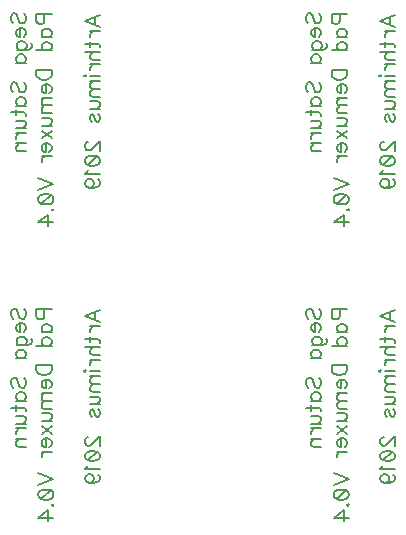
<source format=gbo>
%MOIN*%
%OFA0B0*%
%FSLAX26Y26*%
%IPPOS*%
%LPD*%
%ADD44C,0.0077199999999999994*%
%ADD89C,0.0077199999999999994*%
%ADD134C,0.0077199999999999994*%
%ADD179C,0.0077199999999999994*%
%LPD*%
G90*
G75*
G01*
X00344141Y00815363D02*
D44*
X00339331Y00820116D01*
X00336956Y00827301D01*
X00336956Y00836864D01*
X00339331Y00844049D01*
X00344141Y00848856D01*
X00348894Y00848856D01*
X00353702Y00846424D01*
X00356079Y00844049D01*
X00358454Y00839296D01*
X00363264Y00824926D01*
X00365639Y00820116D01*
X00368072Y00817741D01*
X00372826Y00815363D01*
X00380011Y00815363D01*
X00384764Y00820116D01*
X00387196Y00827301D01*
X00387196Y00836864D01*
X00384764Y00844049D01*
X00380011Y00848856D01*
X00368072Y00799925D02*
X00368072Y00771240D01*
X00363264Y00771240D01*
X00358454Y00773616D01*
X00356079Y00775993D01*
X00353702Y00780801D01*
X00353702Y00787987D01*
X00356079Y00792740D01*
X00360887Y00797548D01*
X00368072Y00799925D01*
X00372826Y00799925D01*
X00380011Y00797548D01*
X00384764Y00792740D01*
X00387196Y00787987D01*
X00387196Y00780801D01*
X00384764Y00775993D01*
X00380011Y00771240D01*
X00356079Y00727115D02*
X00394381Y00727115D01*
X00401510Y00729492D01*
X00403942Y00731868D01*
X00406319Y00736677D01*
X00406319Y00743862D01*
X00403942Y00748615D01*
X00363264Y00727115D02*
X00358511Y00731868D01*
X00356079Y00736677D01*
X00356079Y00743862D01*
X00358511Y00748615D01*
X00363264Y00753423D01*
X00370449Y00755800D01*
X00375257Y00755800D01*
X00382387Y00753423D01*
X00387196Y00748615D01*
X00389572Y00743862D01*
X00389572Y00736677D01*
X00387196Y00731868D01*
X00382387Y00727115D01*
X00353702Y00682992D02*
X00387196Y00682992D01*
X00360887Y00682992D02*
X00356079Y00687745D01*
X00353702Y00692553D01*
X00353702Y00699683D01*
X00356079Y00704491D01*
X00360887Y00709245D01*
X00368072Y00711676D01*
X00372826Y00711676D01*
X00380011Y00709245D01*
X00384764Y00704491D01*
X00387196Y00699683D01*
X00387196Y00692553D01*
X00384764Y00687745D01*
X00380011Y00682992D01*
X00344141Y00585458D02*
X00339331Y00590211D01*
X00336956Y00597396D01*
X00336956Y00606958D01*
X00339331Y00614143D01*
X00344141Y00618951D01*
X00348894Y00618951D01*
X00353702Y00616520D01*
X00356079Y00614143D01*
X00358454Y00609390D01*
X00363264Y00595020D01*
X00365639Y00590211D01*
X00368072Y00587835D01*
X00372826Y00585458D01*
X00380011Y00585458D01*
X00384764Y00590211D01*
X00387196Y00597396D01*
X00387196Y00606958D01*
X00384764Y00614143D01*
X00380011Y00618951D01*
X00353702Y00541334D02*
X00387196Y00541334D01*
X00360887Y00541334D02*
X00356079Y00546087D01*
X00353702Y00550896D01*
X00353702Y00558025D01*
X00356079Y00562834D01*
X00360887Y00567587D01*
X00368072Y00570019D01*
X00372826Y00570019D01*
X00380011Y00567587D01*
X00384764Y00562834D01*
X00387196Y00558025D01*
X00387196Y00550896D01*
X00384764Y00546087D01*
X00380011Y00541334D01*
X00336956Y00518710D02*
X00377634Y00518710D01*
X00384764Y00516333D01*
X00387196Y00511525D01*
X00387196Y00506771D01*
X00353702Y00525895D02*
X00353702Y00509148D01*
X00353702Y00491332D02*
X00377634Y00491332D01*
X00384764Y00488956D01*
X00387196Y00484147D01*
X00387196Y00476962D01*
X00384764Y00472209D01*
X00377634Y00465024D01*
X00353702Y00465024D02*
X00387196Y00465024D01*
X00353702Y00449585D02*
X00387196Y00449585D01*
X00368072Y00449585D02*
X00360887Y00447153D01*
X00356079Y00442400D01*
X00353702Y00437591D01*
X00353702Y00430405D01*
X00353702Y00414967D02*
X00387196Y00414967D01*
X00363264Y00414967D02*
X00356079Y00407782D01*
X00353702Y00402973D01*
X00353702Y00395844D01*
X00356079Y00391035D01*
X00363264Y00388659D01*
X00387196Y00388659D01*
X00448789Y00846880D02*
X00448789Y00825324D01*
X00446413Y00818194D01*
X00443981Y00815764D01*
X00439228Y00813386D01*
X00432043Y00813386D01*
X00427290Y00815764D01*
X00424858Y00818194D01*
X00422481Y00825324D01*
X00422481Y00846880D01*
X00472721Y00846880D01*
X00439228Y00769263D02*
X00472721Y00769263D01*
X00446413Y00769263D02*
X00441604Y00774016D01*
X00439228Y00778824D01*
X00439228Y00785954D01*
X00441604Y00790763D01*
X00446413Y00795516D01*
X00453598Y00797948D01*
X00458351Y00797948D01*
X00465536Y00795516D01*
X00470289Y00790763D01*
X00472721Y00785954D01*
X00472721Y00778824D01*
X00470289Y00774016D01*
X00465536Y00769263D01*
X00422481Y00725138D02*
X00472721Y00725138D01*
X00446413Y00725138D02*
X00441604Y00729891D01*
X00439228Y00734700D01*
X00439228Y00741884D01*
X00441604Y00746639D01*
X00446413Y00751446D01*
X00453598Y00753824D01*
X00458351Y00753824D01*
X00465536Y00751446D01*
X00470289Y00746639D01*
X00472721Y00741884D01*
X00472721Y00734700D01*
X00470289Y00729891D01*
X00465536Y00725138D01*
X00422481Y00661099D02*
X00472721Y00661099D01*
X00472721Y00644352D01*
X00470289Y00637167D01*
X00465536Y00632358D01*
X00460728Y00629982D01*
X00453598Y00627605D01*
X00441604Y00627605D01*
X00434419Y00629982D01*
X00429666Y00632358D01*
X00424858Y00637167D01*
X00422481Y00644352D01*
X00422481Y00661099D01*
X00453598Y00612166D02*
X00453598Y00583481D01*
X00448789Y00583481D01*
X00443981Y00585858D01*
X00441604Y00588234D01*
X00439228Y00593043D01*
X00439228Y00600228D01*
X00441604Y00604981D01*
X00446413Y00609789D01*
X00453598Y00612166D01*
X00458351Y00612166D01*
X00465536Y00609789D01*
X00470289Y00604981D01*
X00472721Y00600228D01*
X00472721Y00593043D01*
X00470289Y00588234D01*
X00465536Y00583481D01*
X00439228Y00568042D02*
X00472721Y00568042D01*
X00448789Y00568042D02*
X00441604Y00560857D01*
X00439228Y00556048D01*
X00439228Y00548919D01*
X00441604Y00544110D01*
X00448789Y00541734D01*
X00472721Y00541733D01*
X00448789Y00541734D02*
X00441604Y00534548D01*
X00439228Y00529740D01*
X00439228Y00522610D01*
X00441604Y00517802D01*
X00448789Y00515370D01*
X00472721Y00515370D01*
X00439228Y00499931D02*
X00463159Y00499931D01*
X00470289Y00497554D01*
X00472721Y00492746D01*
X00472721Y00485561D01*
X00470289Y00480807D01*
X00463159Y00473622D01*
X00439228Y00473622D02*
X00472721Y00473622D01*
X00439228Y00458182D02*
X00472721Y00431874D01*
X00439228Y00431874D02*
X00472721Y00458182D01*
X00453598Y00416436D02*
X00453598Y00387750D01*
X00448790Y00387750D01*
X00443981Y00390127D01*
X00441604Y00392504D01*
X00439228Y00397312D01*
X00439228Y00404497D01*
X00441604Y00409250D01*
X00446413Y00414058D01*
X00453598Y00416436D01*
X00458351Y00416436D01*
X00465536Y00414058D01*
X00470289Y00409250D01*
X00472721Y00404497D01*
X00472721Y00397312D01*
X00470289Y00392504D01*
X00465536Y00387750D01*
X00439228Y00372311D02*
X00472721Y00372311D01*
X00453598Y00372311D02*
X00446413Y00369880D01*
X00441604Y00365126D01*
X00439228Y00360318D01*
X00439228Y00353133D01*
X00428786Y00299314D02*
X00479026Y00280191D01*
X00428786Y00261067D01*
X00428841Y00231258D02*
X00431218Y00238442D01*
X00438403Y00243251D01*
X00450341Y00245628D01*
X00457526Y00245628D01*
X00469464Y00243251D01*
X00476649Y00238442D01*
X00479026Y00231258D01*
X00479026Y00226505D01*
X00476649Y00219320D01*
X00469464Y00214567D01*
X00457526Y00212134D01*
X00450341Y00212134D01*
X00438403Y00214567D01*
X00431218Y00219320D01*
X00428841Y00226505D01*
X00428841Y00231258D01*
X00438403Y00214567D02*
X00469464Y00243251D01*
X00474217Y00194319D02*
X00476649Y00196695D01*
X00479026Y00194319D01*
X00476649Y00191887D01*
X00474217Y00194319D01*
X00479026Y00152516D02*
X00428841Y00152516D01*
X00462279Y00176447D01*
X00462279Y00140578D01*
X00633835Y00804874D02*
X00583595Y00824053D01*
X00633835Y00843176D01*
X00617089Y00835991D02*
X00617089Y00812059D01*
X00600342Y00789435D02*
X00633835Y00789435D01*
X00614712Y00789435D02*
X00607527Y00787002D01*
X00602719Y00782250D01*
X00600342Y00777442D01*
X00600342Y00770257D01*
X00583595Y00747632D02*
X00624274Y00747632D01*
X00631403Y00745256D01*
X00633835Y00740447D01*
X00633835Y00735694D01*
X00600342Y00754817D02*
X00600342Y00738071D01*
X00583595Y00720254D02*
X00633835Y00720254D01*
X00609904Y00720254D02*
X00602719Y00713069D01*
X00600342Y00708261D01*
X00600342Y00701076D01*
X00602719Y00696322D01*
X00609904Y00693946D01*
X00633835Y00693946D01*
X00600342Y00678507D02*
X00633835Y00678507D01*
X00614712Y00678507D02*
X00607527Y00676076D01*
X00602719Y00671322D01*
X00600342Y00666514D01*
X00600342Y00659329D01*
X00583595Y00643889D02*
X00585972Y00641513D01*
X00583595Y00639081D01*
X00581163Y00641513D01*
X00583595Y00643889D01*
X00600342Y00641513D02*
X00633835Y00641513D01*
X00600342Y00623642D02*
X00633835Y00623642D01*
X00609904Y00623642D02*
X00602719Y00616457D01*
X00600342Y00611648D01*
X00600342Y00604519D01*
X00602719Y00599710D01*
X00609904Y00597334D01*
X00633835Y00597334D01*
X00609904Y00597334D02*
X00602719Y00590149D01*
X00600342Y00585340D01*
X00600342Y00578210D01*
X00602719Y00573402D01*
X00609904Y00570970D01*
X00633835Y00570970D01*
X00600342Y00555531D02*
X00624274Y00555531D01*
X00631403Y00553154D01*
X00633835Y00548346D01*
X00633835Y00541161D01*
X00631403Y00536408D01*
X00624274Y00529222D01*
X00600342Y00529222D02*
X00633835Y00529222D01*
X00607527Y00487475D02*
X00602719Y00489852D01*
X00600342Y00497036D01*
X00600342Y00504221D01*
X00602719Y00511406D01*
X00607527Y00513783D01*
X00612280Y00511406D01*
X00614712Y00506598D01*
X00617089Y00494660D01*
X00619465Y00489852D01*
X00624274Y00487475D01*
X00626650Y00487475D01*
X00631403Y00489852D01*
X00633835Y00497036D01*
X00633835Y00504221D01*
X00631403Y00511406D01*
X00626650Y00513783D01*
X00595589Y00421003D02*
X00593212Y00421003D01*
X00588404Y00418626D01*
X00586027Y00416250D01*
X00583651Y00411441D01*
X00583651Y00401880D01*
X00586027Y00397126D01*
X00588404Y00394750D01*
X00593212Y00392318D01*
X00597965Y00392318D01*
X00602774Y00394750D01*
X00609904Y00399503D01*
X00633835Y00423435D01*
X00633835Y00389941D01*
X00583651Y00360132D02*
X00586027Y00367317D01*
X00593212Y00372126D01*
X00605150Y00374502D01*
X00612336Y00374502D01*
X00624274Y00372126D01*
X00631459Y00367317D01*
X00633835Y00360132D01*
X00633835Y00355379D01*
X00631459Y00348194D01*
X00624274Y00343441D01*
X00612336Y00341009D01*
X00605151Y00341009D01*
X00593212Y00343441D01*
X00586027Y00348194D01*
X00583651Y00355379D01*
X00583651Y00360132D01*
X00593212Y00343441D02*
X00624274Y00372126D01*
X00593212Y00325569D02*
X00590780Y00320761D01*
X00583651Y00313576D01*
X00633835Y00313576D01*
X00600342Y00267020D02*
X00607527Y00269452D01*
X00612336Y00274205D01*
X00614712Y00281390D01*
X00614712Y00283767D01*
X00612336Y00290952D01*
X00607527Y00295705D01*
X00600342Y00298137D01*
X00597965Y00298137D01*
X00590780Y00295705D01*
X00586027Y00290952D01*
X00583651Y00283767D01*
X00583651Y00281390D01*
X00586027Y00274205D01*
X00590780Y00269452D01*
X00600342Y00267020D01*
X00612335Y00267020D01*
X00624274Y00269452D01*
X00631459Y00274205D01*
X00633835Y00281390D01*
X00633835Y00286143D01*
X00631459Y00293328D01*
X00626650Y00295705D01*
G90*
G75*
G01*
X00344141Y01799616D02*
D89*
X00339331Y01804369D01*
X00336956Y01811554D01*
X00336956Y01821116D01*
X00339331Y01828301D01*
X00344141Y01833109D01*
X00348894Y01833109D01*
X00353702Y01830677D01*
X00356079Y01828301D01*
X00358454Y01823548D01*
X00363264Y01809178D01*
X00365639Y01804369D01*
X00368072Y01801993D01*
X00372826Y01799616D01*
X00380011Y01799616D01*
X00384764Y01804369D01*
X00387196Y01811554D01*
X00387196Y01821116D01*
X00384764Y01828301D01*
X00380011Y01833109D01*
X00368072Y01784177D02*
X00368072Y01755492D01*
X00363264Y01755492D01*
X00358454Y01757868D01*
X00356079Y01760245D01*
X00353702Y01765053D01*
X00353702Y01772239D01*
X00356079Y01776992D01*
X00360887Y01781800D01*
X00368072Y01784177D01*
X00372826Y01784177D01*
X00380011Y01781800D01*
X00384764Y01776992D01*
X00387196Y01772239D01*
X00387196Y01765053D01*
X00384764Y01760245D01*
X00380011Y01755492D01*
X00356079Y01711368D02*
X00394381Y01711368D01*
X00401510Y01713742D01*
X00403942Y01716121D01*
X00406319Y01720927D01*
X00406319Y01728112D01*
X00403942Y01732868D01*
X00363264Y01711368D02*
X00358511Y01716121D01*
X00356079Y01720927D01*
X00356079Y01728112D01*
X00358511Y01732868D01*
X00363264Y01737676D01*
X00370449Y01740053D01*
X00375257Y01740053D01*
X00382387Y01737676D01*
X00387196Y01732868D01*
X00389572Y01728112D01*
X00389572Y01720927D01*
X00387196Y01716121D01*
X00382387Y01711368D01*
X00353702Y01667244D02*
X00387196Y01667244D01*
X00360887Y01667244D02*
X00356079Y01671997D01*
X00353702Y01676805D01*
X00353702Y01683935D01*
X00356079Y01688743D01*
X00360887Y01693496D01*
X00368072Y01695928D01*
X00372826Y01695928D01*
X00380011Y01693496D01*
X00384764Y01688743D01*
X00387196Y01683935D01*
X00387196Y01676805D01*
X00384764Y01671997D01*
X00380011Y01667244D01*
X00344141Y01569710D02*
X00339331Y01574463D01*
X00336956Y01581648D01*
X00336956Y01591210D01*
X00339331Y01598395D01*
X00344141Y01603203D01*
X00348894Y01603203D01*
X00353702Y01600772D01*
X00356079Y01598395D01*
X00358454Y01593642D01*
X00363264Y01579272D01*
X00365639Y01574463D01*
X00368072Y01572087D01*
X00372826Y01569710D01*
X00380011Y01569710D01*
X00384764Y01574463D01*
X00387196Y01581648D01*
X00387196Y01591210D01*
X00384764Y01598395D01*
X00380011Y01603203D01*
X00353702Y01525586D02*
X00387196Y01525586D01*
X00360887Y01525586D02*
X00356079Y01530338D01*
X00353702Y01535148D01*
X00353702Y01542276D01*
X00356079Y01547086D01*
X00360887Y01551839D01*
X00368072Y01554271D01*
X00372826Y01554271D01*
X00380011Y01551839D01*
X00384764Y01547086D01*
X00387196Y01542276D01*
X00387196Y01535148D01*
X00384764Y01530338D01*
X00380011Y01525586D01*
X00336956Y01502962D02*
X00377634Y01502962D01*
X00384764Y01500585D01*
X00387196Y01495777D01*
X00387196Y01491023D01*
X00353702Y01510147D02*
X00353702Y01493400D01*
X00353702Y01475584D02*
X00377634Y01475584D01*
X00384764Y01473208D01*
X00387196Y01468399D01*
X00387196Y01461214D01*
X00384764Y01456461D01*
X00377634Y01449276D01*
X00353702Y01449276D02*
X00387196Y01449276D01*
X00353702Y01433837D02*
X00387196Y01433837D01*
X00368072Y01433837D02*
X00360887Y01431405D01*
X00356079Y01426652D01*
X00353702Y01421843D01*
X00353702Y01414658D01*
X00353702Y01399219D02*
X00387196Y01399219D01*
X00363264Y01399219D02*
X00356079Y01392034D01*
X00353702Y01387225D01*
X00353702Y01380096D01*
X00356079Y01375287D01*
X00363264Y01372911D01*
X00387196Y01372911D01*
X00448789Y01831132D02*
X00448789Y01809577D01*
X00446413Y01802447D01*
X00443981Y01800016D01*
X00439228Y01797639D01*
X00432043Y01797639D01*
X00427290Y01800016D01*
X00424858Y01802447D01*
X00422481Y01809577D01*
X00422481Y01831132D01*
X00472721Y01831132D01*
X00439228Y01753515D02*
X00472721Y01753515D01*
X00446413Y01753515D02*
X00441604Y01758268D01*
X00439228Y01763076D01*
X00439228Y01770206D01*
X00441604Y01775015D01*
X00446413Y01779768D01*
X00453598Y01782200D01*
X00458351Y01782200D01*
X00465536Y01779768D01*
X00470289Y01775015D01*
X00472721Y01770206D01*
X00472721Y01763076D01*
X00470289Y01758268D01*
X00465536Y01753515D01*
X00422481Y01709391D02*
X00472721Y01709391D01*
X00446413Y01709391D02*
X00441604Y01714144D01*
X00439228Y01718952D01*
X00439228Y01726137D01*
X00441604Y01730891D01*
X00446413Y01735699D01*
X00453598Y01738076D01*
X00458351Y01738076D01*
X00465536Y01735699D01*
X00470289Y01730891D01*
X00472721Y01726137D01*
X00472721Y01718952D01*
X00470289Y01714144D01*
X00465536Y01709391D01*
X00422481Y01645351D02*
X00472721Y01645351D01*
X00472721Y01628604D01*
X00470289Y01621419D01*
X00465536Y01616610D01*
X00460728Y01614234D01*
X00453598Y01611857D01*
X00441604Y01611857D01*
X00434419Y01614234D01*
X00429666Y01616610D01*
X00424858Y01621419D01*
X00422481Y01628604D01*
X00422481Y01645351D01*
X00453598Y01596418D02*
X00453598Y01567733D01*
X00448789Y01567733D01*
X00443981Y01570110D01*
X00441604Y01572486D01*
X00439228Y01577295D01*
X00439228Y01584480D01*
X00441604Y01589233D01*
X00446413Y01594041D01*
X00453598Y01596418D01*
X00458351Y01596418D01*
X00465536Y01594041D01*
X00470289Y01589233D01*
X00472721Y01584480D01*
X00472721Y01577295D01*
X00470289Y01572486D01*
X00465536Y01567733D01*
X00439228Y01552294D02*
X00472721Y01552294D01*
X00448789Y01552294D02*
X00441604Y01545109D01*
X00439228Y01540300D01*
X00439228Y01533171D01*
X00441604Y01528362D01*
X00448789Y01525986D01*
X00472721Y01525984D01*
X00448789Y01525986D02*
X00441604Y01518799D01*
X00439228Y01513992D01*
X00439228Y01506861D01*
X00441604Y01502054D01*
X00448789Y01499622D01*
X00472721Y01499622D01*
X00439228Y01484183D02*
X00463159Y01484183D01*
X00470289Y01481806D01*
X00472721Y01476998D01*
X00472721Y01469813D01*
X00470289Y01465059D01*
X00463159Y01457874D01*
X00439228Y01457874D02*
X00472721Y01457874D01*
X00439228Y01442435D02*
X00472721Y01416127D01*
X00439228Y01416127D02*
X00472721Y01442435D01*
X00453598Y01400688D02*
X00453598Y01372003D01*
X00448790Y01372003D01*
X00443981Y01374379D01*
X00441604Y01376756D01*
X00439228Y01381564D01*
X00439228Y01388749D01*
X00441604Y01393503D01*
X00446413Y01398311D01*
X00453598Y01400688D01*
X00458351Y01400688D01*
X00465536Y01398311D01*
X00470289Y01393503D01*
X00472721Y01388749D01*
X00472721Y01381564D01*
X00470289Y01376756D01*
X00465536Y01372003D01*
X00439228Y01356564D02*
X00472721Y01356564D01*
X00453598Y01356564D02*
X00446413Y01354132D01*
X00441604Y01349379D01*
X00439228Y01344569D01*
X00439228Y01337384D01*
X00428786Y01283566D02*
X00479026Y01264443D01*
X00428786Y01245319D01*
X00428841Y01215510D02*
X00431218Y01222695D01*
X00438403Y01227503D01*
X00450341Y01229880D01*
X00457526Y01229880D01*
X00469464Y01227503D01*
X00476649Y01222695D01*
X00479026Y01215510D01*
X00479026Y01210757D01*
X00476649Y01203572D01*
X00469464Y01198819D01*
X00457526Y01196387D01*
X00450341Y01196387D01*
X00438403Y01198819D01*
X00431218Y01203572D01*
X00428841Y01210757D01*
X00428841Y01215510D01*
X00438403Y01198819D02*
X00469464Y01227503D01*
X00474217Y01178571D02*
X00476649Y01180947D01*
X00479026Y01178571D01*
X00476649Y01176139D01*
X00474217Y01178571D01*
X00479026Y01136768D02*
X00428841Y01136768D01*
X00462279Y01160700D01*
X00462279Y01124830D01*
X00633835Y01789126D02*
X00583595Y01808305D01*
X00633835Y01827428D01*
X00617089Y01820243D02*
X00617089Y01796311D01*
X00600342Y01773687D02*
X00633835Y01773687D01*
X00614712Y01773687D02*
X00607527Y01771255D01*
X00602719Y01766502D01*
X00600342Y01761694D01*
X00600342Y01754509D01*
X00583595Y01731884D02*
X00624274Y01731884D01*
X00631403Y01729508D01*
X00633835Y01724699D01*
X00633835Y01719946D01*
X00600342Y01739069D02*
X00600342Y01722323D01*
X00583595Y01704507D02*
X00633835Y01704507D01*
X00609904Y01704507D02*
X00602719Y01697322D01*
X00600342Y01692511D01*
X00600342Y01685326D01*
X00602719Y01680575D01*
X00609904Y01678199D01*
X00633835Y01678199D01*
X00600342Y01662758D02*
X00633835Y01662758D01*
X00614712Y01662758D02*
X00607527Y01660327D01*
X00602719Y01655574D01*
X00600342Y01650766D01*
X00600342Y01643581D01*
X00583595Y01628142D02*
X00585972Y01625765D01*
X00583595Y01623333D01*
X00581163Y01625765D01*
X00583595Y01628142D01*
X00600342Y01625765D02*
X00633835Y01625765D01*
X00600342Y01607894D02*
X00633835Y01607894D01*
X00609904Y01607894D02*
X00602719Y01600709D01*
X00600342Y01595900D01*
X00600342Y01588771D01*
X00602719Y01583962D01*
X00609904Y01581586D01*
X00633835Y01581586D01*
X00609904Y01581586D02*
X00602719Y01574401D01*
X00600342Y01569592D01*
X00600342Y01562462D01*
X00602719Y01557654D01*
X00609904Y01555222D01*
X00633835Y01555222D01*
X00600342Y01539782D02*
X00624274Y01539782D01*
X00631403Y01537405D01*
X00633835Y01532597D01*
X00633835Y01525413D01*
X00631403Y01520659D01*
X00624274Y01513474D01*
X00600342Y01513474D02*
X00633835Y01513474D01*
X00607527Y01471727D02*
X00602719Y01474104D01*
X00600342Y01481289D01*
X00600342Y01488474D01*
X00602719Y01495659D01*
X00607527Y01498035D01*
X00612280Y01495659D01*
X00614712Y01490850D01*
X00617089Y01478912D01*
X00619465Y01474104D01*
X00624274Y01471727D01*
X00626650Y01471727D01*
X00631403Y01474104D01*
X00633835Y01481289D01*
X00633835Y01488474D01*
X00631403Y01495659D01*
X00626650Y01498035D01*
X00595589Y01405255D02*
X00593212Y01405255D01*
X00588404Y01402878D01*
X00586027Y01400502D01*
X00583651Y01395693D01*
X00583651Y01386132D01*
X00586027Y01381378D01*
X00588404Y01379002D01*
X00593212Y01376570D01*
X00597965Y01376570D01*
X00602774Y01379002D01*
X00609904Y01383755D01*
X00633835Y01407687D01*
X00633835Y01374193D01*
X00583651Y01344383D02*
X00586027Y01351568D01*
X00593212Y01356378D01*
X00605150Y01358753D01*
X00612336Y01358753D01*
X00624274Y01356378D01*
X00631459Y01351568D01*
X00633835Y01344383D01*
X00633835Y01339630D01*
X00631459Y01332445D01*
X00624274Y01327692D01*
X00612336Y01325260D01*
X00605151Y01325260D01*
X00593212Y01327692D01*
X00586027Y01332445D01*
X00583651Y01339630D01*
X00583651Y01344383D01*
X00593212Y01327692D02*
X00624274Y01356378D01*
X00593212Y01309822D02*
X00590780Y01305013D01*
X00583651Y01297828D01*
X00633835Y01297828D01*
X00600342Y01251272D02*
X00607527Y01253704D01*
X00612336Y01258457D01*
X00614712Y01265642D01*
X00614712Y01268019D01*
X00612336Y01275204D01*
X00607527Y01279957D01*
X00600342Y01282389D01*
X00597965Y01282389D01*
X00590780Y01279957D01*
X00586027Y01275204D01*
X00583651Y01268019D01*
X00583651Y01265642D01*
X00586027Y01258457D01*
X00590780Y01253704D01*
X00600342Y01251272D01*
X00612335Y01251272D01*
X00624274Y01253704D01*
X00631459Y01258457D01*
X00633835Y01265642D01*
X00633835Y01270395D01*
X00631459Y01277580D01*
X00626650Y01279957D01*
G04 next file*
%LPD*%
G90*
G75*
G01*
X01328393Y01799616D02*
D134*
X01323584Y01804369D01*
X01321208Y01811554D01*
X01321208Y01821116D01*
X01323584Y01828301D01*
X01328393Y01833109D01*
X01333146Y01833109D01*
X01337954Y01830677D01*
X01340331Y01828301D01*
X01342707Y01823548D01*
X01347516Y01809178D01*
X01349892Y01804369D01*
X01352324Y01801993D01*
X01357078Y01799616D01*
X01364263Y01799616D01*
X01369016Y01804369D01*
X01371448Y01811554D01*
X01371448Y01821116D01*
X01369016Y01828301D01*
X01364263Y01833109D01*
X01352324Y01784177D02*
X01352324Y01755492D01*
X01347516Y01755492D01*
X01342707Y01757868D01*
X01340331Y01760245D01*
X01337954Y01765053D01*
X01337954Y01772239D01*
X01340331Y01776992D01*
X01345139Y01781800D01*
X01352324Y01784177D01*
X01357078Y01784177D01*
X01364263Y01781800D01*
X01369016Y01776992D01*
X01371448Y01772239D01*
X01371448Y01765053D01*
X01369016Y01760245D01*
X01364263Y01755492D01*
X01340331Y01711368D02*
X01378633Y01711368D01*
X01385762Y01713742D01*
X01388194Y01716121D01*
X01390571Y01720927D01*
X01390571Y01728112D01*
X01388194Y01732868D01*
X01347516Y01711368D02*
X01342763Y01716121D01*
X01340331Y01720927D01*
X01340331Y01728112D01*
X01342763Y01732868D01*
X01347516Y01737676D01*
X01354701Y01740053D01*
X01359509Y01740053D01*
X01366639Y01737676D01*
X01371448Y01732868D01*
X01373824Y01728112D01*
X01373824Y01720927D01*
X01371448Y01716121D01*
X01366639Y01711368D01*
X01337954Y01667244D02*
X01371448Y01667244D01*
X01345139Y01667244D02*
X01340331Y01671997D01*
X01337954Y01676805D01*
X01337954Y01683935D01*
X01340331Y01688743D01*
X01345139Y01693496D01*
X01352324Y01695928D01*
X01357078Y01695928D01*
X01364263Y01693496D01*
X01369016Y01688743D01*
X01371448Y01683935D01*
X01371448Y01676805D01*
X01369016Y01671997D01*
X01364263Y01667244D01*
X01328393Y01569710D02*
X01323584Y01574463D01*
X01321208Y01581648D01*
X01321208Y01591210D01*
X01323584Y01598395D01*
X01328393Y01603203D01*
X01333146Y01603203D01*
X01337954Y01600772D01*
X01340331Y01598395D01*
X01342707Y01593642D01*
X01347516Y01579272D01*
X01349892Y01574463D01*
X01352324Y01572087D01*
X01357078Y01569710D01*
X01364263Y01569710D01*
X01369016Y01574463D01*
X01371448Y01581648D01*
X01371448Y01591210D01*
X01369016Y01598395D01*
X01364263Y01603203D01*
X01337954Y01525586D02*
X01371448Y01525586D01*
X01345139Y01525586D02*
X01340331Y01530338D01*
X01337954Y01535148D01*
X01337954Y01542276D01*
X01340331Y01547086D01*
X01345139Y01551839D01*
X01352324Y01554271D01*
X01357078Y01554271D01*
X01364263Y01551839D01*
X01369016Y01547086D01*
X01371448Y01542276D01*
X01371448Y01535148D01*
X01369016Y01530338D01*
X01364263Y01525586D01*
X01321208Y01502962D02*
X01361886Y01502962D01*
X01369016Y01500585D01*
X01371448Y01495777D01*
X01371448Y01491023D01*
X01337954Y01510147D02*
X01337954Y01493400D01*
X01337954Y01475584D02*
X01361886Y01475584D01*
X01369016Y01473208D01*
X01371448Y01468399D01*
X01371448Y01461214D01*
X01369016Y01456461D01*
X01361886Y01449276D01*
X01337954Y01449276D02*
X01371448Y01449276D01*
X01337954Y01433837D02*
X01371448Y01433837D01*
X01352324Y01433837D02*
X01345139Y01431405D01*
X01340331Y01426652D01*
X01337954Y01421843D01*
X01337954Y01414658D01*
X01337954Y01399219D02*
X01371448Y01399219D01*
X01347516Y01399219D02*
X01340331Y01392034D01*
X01337954Y01387225D01*
X01337954Y01380096D01*
X01340331Y01375287D01*
X01347516Y01372911D01*
X01371448Y01372911D01*
X01433041Y01831132D02*
X01433041Y01809577D01*
X01430664Y01802447D01*
X01428232Y01800016D01*
X01423479Y01797639D01*
X01416294Y01797639D01*
X01411541Y01800016D01*
X01409109Y01802447D01*
X01406733Y01809577D01*
X01406733Y01831132D01*
X01456972Y01831132D01*
X01423479Y01753515D02*
X01456972Y01753515D01*
X01430664Y01753515D02*
X01425856Y01758268D01*
X01423479Y01763076D01*
X01423479Y01770206D01*
X01425856Y01775015D01*
X01430664Y01779768D01*
X01437849Y01782200D01*
X01442602Y01782200D01*
X01449787Y01779768D01*
X01454540Y01775015D01*
X01456972Y01770206D01*
X01456972Y01763076D01*
X01454540Y01758268D01*
X01449787Y01753515D01*
X01406733Y01709391D02*
X01456972Y01709391D01*
X01430664Y01709391D02*
X01425856Y01714144D01*
X01423479Y01718952D01*
X01423479Y01726137D01*
X01425856Y01730891D01*
X01430664Y01735699D01*
X01437849Y01738076D01*
X01442602Y01738076D01*
X01449787Y01735699D01*
X01454540Y01730891D01*
X01456972Y01726137D01*
X01456972Y01718952D01*
X01454540Y01714144D01*
X01449787Y01709391D01*
X01406733Y01645351D02*
X01456972Y01645351D01*
X01456972Y01628604D01*
X01454540Y01621419D01*
X01449787Y01616610D01*
X01444980Y01614234D01*
X01437849Y01611857D01*
X01425856Y01611857D01*
X01418671Y01614234D01*
X01413918Y01616610D01*
X01409109Y01621419D01*
X01406733Y01628604D01*
X01406733Y01645351D01*
X01437849Y01596418D02*
X01437849Y01567733D01*
X01433041Y01567733D01*
X01428232Y01570110D01*
X01425856Y01572486D01*
X01423479Y01577295D01*
X01423479Y01584480D01*
X01425856Y01589233D01*
X01430664Y01594041D01*
X01437849Y01596418D01*
X01442602Y01596418D01*
X01449787Y01594041D01*
X01454540Y01589233D01*
X01456972Y01584480D01*
X01456972Y01577295D01*
X01454540Y01572486D01*
X01449787Y01567733D01*
X01423479Y01552294D02*
X01456972Y01552294D01*
X01433041Y01552294D02*
X01425856Y01545109D01*
X01423479Y01540300D01*
X01423479Y01533171D01*
X01425856Y01528362D01*
X01433041Y01525986D01*
X01456972Y01525984D01*
X01433041Y01525986D02*
X01425856Y01518799D01*
X01423479Y01513992D01*
X01423479Y01506861D01*
X01425856Y01502054D01*
X01433041Y01499622D01*
X01456972Y01499622D01*
X01423479Y01484183D02*
X01447412Y01484183D01*
X01454540Y01481806D01*
X01456972Y01476998D01*
X01456972Y01469813D01*
X01454540Y01465059D01*
X01447412Y01457874D01*
X01423479Y01457874D02*
X01456972Y01457874D01*
X01423479Y01442435D02*
X01456972Y01416127D01*
X01423479Y01416127D02*
X01456972Y01442435D01*
X01437849Y01400688D02*
X01437849Y01372003D01*
X01433042Y01372003D01*
X01428232Y01374379D01*
X01425856Y01376756D01*
X01423479Y01381564D01*
X01423479Y01388749D01*
X01425856Y01393503D01*
X01430664Y01398311D01*
X01437849Y01400688D01*
X01442602Y01400688D01*
X01449787Y01398311D01*
X01454540Y01393503D01*
X01456972Y01388749D01*
X01456972Y01381564D01*
X01454540Y01376756D01*
X01449787Y01372003D01*
X01423479Y01356564D02*
X01456972Y01356564D01*
X01437849Y01356564D02*
X01430664Y01354132D01*
X01425856Y01349379D01*
X01423479Y01344569D01*
X01423479Y01337384D01*
X01413038Y01283566D02*
X01463278Y01264443D01*
X01413038Y01245319D01*
X01413091Y01215510D02*
X01415470Y01222695D01*
X01422655Y01227503D01*
X01434593Y01229880D01*
X01441778Y01229880D01*
X01453716Y01227503D01*
X01460901Y01222695D01*
X01463278Y01215510D01*
X01463278Y01210757D01*
X01460901Y01203572D01*
X01453716Y01198819D01*
X01441778Y01196387D01*
X01434593Y01196387D01*
X01422655Y01198819D01*
X01415470Y01203572D01*
X01413091Y01210757D01*
X01413091Y01215510D01*
X01422655Y01198819D02*
X01453716Y01227503D01*
X01458469Y01178571D02*
X01460901Y01180947D01*
X01463278Y01178571D01*
X01460901Y01176139D01*
X01458469Y01178571D01*
X01463278Y01136768D02*
X01413091Y01136768D01*
X01446531Y01160700D01*
X01446531Y01124830D01*
X01618087Y01789126D02*
X01567846Y01808305D01*
X01618087Y01827428D01*
X01601339Y01820243D02*
X01601339Y01796311D01*
X01584594Y01773687D02*
X01618087Y01773687D01*
X01598964Y01773687D02*
X01591779Y01771255D01*
X01586970Y01766502D01*
X01584594Y01761694D01*
X01584594Y01754509D01*
X01567846Y01731884D02*
X01608524Y01731884D01*
X01615655Y01729508D01*
X01618087Y01724699D01*
X01618087Y01719946D01*
X01584594Y01739069D02*
X01584594Y01722323D01*
X01567846Y01704507D02*
X01618087Y01704507D01*
X01594154Y01704507D02*
X01586970Y01697322D01*
X01584594Y01692511D01*
X01584594Y01685326D01*
X01586970Y01680575D01*
X01594154Y01678199D01*
X01618087Y01678199D01*
X01584594Y01662758D02*
X01618087Y01662758D01*
X01598964Y01662758D02*
X01591779Y01660327D01*
X01586970Y01655574D01*
X01584594Y01650766D01*
X01584594Y01643581D01*
X01567846Y01628142D02*
X01570224Y01625765D01*
X01567846Y01623333D01*
X01565415Y01625765D01*
X01567846Y01628142D01*
X01584594Y01625765D02*
X01618087Y01625765D01*
X01584594Y01607894D02*
X01618087Y01607894D01*
X01594154Y01607894D02*
X01586970Y01600709D01*
X01584594Y01595900D01*
X01584594Y01588771D01*
X01586970Y01583962D01*
X01594154Y01581586D01*
X01618087Y01581586D01*
X01594154Y01581586D02*
X01586970Y01574401D01*
X01584594Y01569592D01*
X01584594Y01562462D01*
X01586970Y01557654D01*
X01594154Y01555222D01*
X01618087Y01555222D01*
X01584594Y01539782D02*
X01608524Y01539782D01*
X01615655Y01537405D01*
X01618087Y01532597D01*
X01618087Y01525413D01*
X01615655Y01520659D01*
X01608524Y01513474D01*
X01584594Y01513474D02*
X01618087Y01513474D01*
X01591779Y01471727D02*
X01586970Y01474104D01*
X01584594Y01481289D01*
X01584594Y01488474D01*
X01586970Y01495659D01*
X01591779Y01498035D01*
X01596532Y01495659D01*
X01598964Y01490850D01*
X01601339Y01478912D01*
X01603717Y01474104D01*
X01608524Y01471727D01*
X01610902Y01471727D01*
X01615655Y01474104D01*
X01618087Y01481289D01*
X01618087Y01488474D01*
X01615655Y01495659D01*
X01610902Y01498035D01*
X01579841Y01405255D02*
X01577463Y01405255D01*
X01572656Y01402878D01*
X01570278Y01400502D01*
X01567903Y01395693D01*
X01567903Y01386132D01*
X01570278Y01381378D01*
X01572656Y01379002D01*
X01577463Y01376570D01*
X01582216Y01376570D01*
X01587026Y01379002D01*
X01594154Y01383755D01*
X01618087Y01407687D01*
X01618087Y01374193D01*
X01567903Y01344383D02*
X01570278Y01351568D01*
X01577463Y01356378D01*
X01589401Y01358753D01*
X01596586Y01358753D01*
X01608524Y01356378D01*
X01615709Y01351568D01*
X01618087Y01344383D01*
X01618087Y01339630D01*
X01615709Y01332445D01*
X01608524Y01327692D01*
X01596586Y01325260D01*
X01589401Y01325260D01*
X01577463Y01327692D01*
X01570278Y01332445D01*
X01567903Y01339630D01*
X01567903Y01344383D01*
X01577463Y01327692D02*
X01608524Y01356378D01*
X01577463Y01309822D02*
X01575031Y01305013D01*
X01567903Y01297828D01*
X01618087Y01297828D01*
X01584594Y01251272D02*
X01591779Y01253704D01*
X01596586Y01258457D01*
X01598964Y01265642D01*
X01598964Y01268019D01*
X01596586Y01275204D01*
X01591779Y01279957D01*
X01584594Y01282389D01*
X01582216Y01282389D01*
X01575031Y01279957D01*
X01570278Y01275204D01*
X01567903Y01268019D01*
X01567903Y01265642D01*
X01570278Y01258457D01*
X01575031Y01253704D01*
X01584594Y01251272D01*
X01596586Y01251272D01*
X01608524Y01253704D01*
X01615709Y01258457D01*
X01618087Y01265642D01*
X01618087Y01270395D01*
X01615709Y01277580D01*
X01610902Y01279957D01*
G04 next file*
G04 DipTrace 3.3.1.1*
G04 BottomSilk.gbo*
G04 #@! TF.FileFunction,Legend,Bot*
G04 #@! TF.Part,Single*
G04*
G04 skipping 70
G90*
G75*
G01*
G04 BotSilk*
X01328393Y00815363D02*
D179*
X01323584Y00820116D01*
X01321208Y00827301D01*
X01321208Y00836864D01*
X01323584Y00844049D01*
X01328393Y00848856D01*
X01333146Y00848856D01*
X01337954Y00846424D01*
X01340331Y00844049D01*
X01342707Y00839296D01*
X01347516Y00824926D01*
X01349892Y00820116D01*
X01352324Y00817741D01*
X01357078Y00815363D01*
X01364263Y00815363D01*
X01369016Y00820116D01*
X01371448Y00827301D01*
X01371448Y00836864D01*
X01369016Y00844049D01*
X01364263Y00848856D01*
X01352324Y00799925D02*
X01352324Y00771240D01*
X01347516Y00771240D01*
X01342707Y00773616D01*
X01340331Y00775993D01*
X01337954Y00780801D01*
X01337954Y00787987D01*
X01340331Y00792740D01*
X01345139Y00797548D01*
X01352324Y00799925D01*
X01357078Y00799925D01*
X01364263Y00797548D01*
X01369016Y00792740D01*
X01371448Y00787987D01*
X01371448Y00780801D01*
X01369016Y00775993D01*
X01364263Y00771240D01*
X01340331Y00727115D02*
X01378633Y00727115D01*
X01385762Y00729492D01*
X01388194Y00731868D01*
X01390571Y00736677D01*
X01390571Y00743862D01*
X01388194Y00748615D01*
X01347516Y00727115D02*
X01342763Y00731868D01*
X01340331Y00736677D01*
X01340331Y00743862D01*
X01342763Y00748615D01*
X01347516Y00753423D01*
X01354701Y00755800D01*
X01359509Y00755800D01*
X01366639Y00753423D01*
X01371448Y00748615D01*
X01373824Y00743862D01*
X01373824Y00736677D01*
X01371448Y00731868D01*
X01366639Y00727115D01*
X01337954Y00682992D02*
X01371448Y00682992D01*
X01345139Y00682992D02*
X01340331Y00687745D01*
X01337954Y00692553D01*
X01337954Y00699683D01*
X01340331Y00704491D01*
X01345139Y00709245D01*
X01352324Y00711676D01*
X01357078Y00711676D01*
X01364263Y00709245D01*
X01369016Y00704491D01*
X01371448Y00699683D01*
X01371448Y00692553D01*
X01369016Y00687745D01*
X01364263Y00682992D01*
X01328393Y00585458D02*
X01323584Y00590211D01*
X01321208Y00597396D01*
X01321208Y00606958D01*
X01323584Y00614143D01*
X01328393Y00618951D01*
X01333146Y00618951D01*
X01337954Y00616520D01*
X01340331Y00614143D01*
X01342707Y00609390D01*
X01347516Y00595020D01*
X01349892Y00590211D01*
X01352324Y00587835D01*
X01357078Y00585458D01*
X01364263Y00585458D01*
X01369016Y00590211D01*
X01371448Y00597396D01*
X01371448Y00606958D01*
X01369016Y00614143D01*
X01364263Y00618951D01*
X01337954Y00541334D02*
X01371448Y00541334D01*
X01345139Y00541334D02*
X01340331Y00546087D01*
X01337954Y00550896D01*
X01337954Y00558025D01*
X01340331Y00562834D01*
X01345139Y00567587D01*
X01352324Y00570019D01*
X01357078Y00570019D01*
X01364263Y00567587D01*
X01369016Y00562834D01*
X01371448Y00558025D01*
X01371448Y00550896D01*
X01369016Y00546087D01*
X01364263Y00541334D01*
X01321208Y00518710D02*
X01361886Y00518710D01*
X01369016Y00516333D01*
X01371448Y00511525D01*
X01371448Y00506771D01*
X01337954Y00525895D02*
X01337954Y00509148D01*
X01337954Y00491332D02*
X01361886Y00491332D01*
X01369016Y00488956D01*
X01371448Y00484147D01*
X01371448Y00476962D01*
X01369016Y00472209D01*
X01361886Y00465024D01*
X01337954Y00465024D02*
X01371448Y00465024D01*
X01337954Y00449585D02*
X01371448Y00449585D01*
X01352324Y00449585D02*
X01345139Y00447153D01*
X01340331Y00442400D01*
X01337954Y00437591D01*
X01337954Y00430405D01*
X01337954Y00414967D02*
X01371448Y00414967D01*
X01347516Y00414967D02*
X01340331Y00407782D01*
X01337954Y00402973D01*
X01337954Y00395844D01*
X01340331Y00391035D01*
X01347516Y00388659D01*
X01371448Y00388659D01*
X01433041Y00846880D02*
X01433041Y00825324D01*
X01430664Y00818194D01*
X01428232Y00815764D01*
X01423479Y00813386D01*
X01416294Y00813386D01*
X01411541Y00815764D01*
X01409109Y00818194D01*
X01406733Y00825324D01*
X01406733Y00846880D01*
X01456972Y00846880D01*
X01423479Y00769263D02*
X01456972Y00769263D01*
X01430664Y00769263D02*
X01425856Y00774016D01*
X01423479Y00778824D01*
X01423479Y00785954D01*
X01425856Y00790763D01*
X01430664Y00795516D01*
X01437849Y00797948D01*
X01442602Y00797948D01*
X01449787Y00795516D01*
X01454540Y00790763D01*
X01456972Y00785954D01*
X01456972Y00778824D01*
X01454540Y00774016D01*
X01449787Y00769263D01*
X01406733Y00725138D02*
X01456972Y00725138D01*
X01430664Y00725138D02*
X01425856Y00729891D01*
X01423479Y00734700D01*
X01423479Y00741884D01*
X01425856Y00746639D01*
X01430664Y00751446D01*
X01437849Y00753824D01*
X01442602Y00753824D01*
X01449787Y00751446D01*
X01454540Y00746639D01*
X01456972Y00741884D01*
X01456972Y00734700D01*
X01454540Y00729891D01*
X01449787Y00725138D01*
X01406733Y00661099D02*
X01456972Y00661099D01*
X01456972Y00644352D01*
X01454540Y00637167D01*
X01449787Y00632358D01*
X01444980Y00629982D01*
X01437849Y00627605D01*
X01425856Y00627605D01*
X01418671Y00629982D01*
X01413918Y00632358D01*
X01409109Y00637167D01*
X01406733Y00644352D01*
X01406733Y00661099D01*
X01437849Y00612166D02*
X01437849Y00583481D01*
X01433041Y00583481D01*
X01428232Y00585858D01*
X01425856Y00588234D01*
X01423479Y00593043D01*
X01423479Y00600228D01*
X01425856Y00604981D01*
X01430664Y00609789D01*
X01437849Y00612166D01*
X01442602Y00612166D01*
X01449787Y00609789D01*
X01454540Y00604981D01*
X01456972Y00600228D01*
X01456972Y00593043D01*
X01454540Y00588234D01*
X01449787Y00583481D01*
X01423479Y00568042D02*
X01456972Y00568042D01*
X01433041Y00568042D02*
X01425856Y00560857D01*
X01423479Y00556048D01*
X01423479Y00548919D01*
X01425856Y00544110D01*
X01433041Y00541734D01*
X01456972Y00541733D01*
X01433041Y00541734D02*
X01425856Y00534548D01*
X01423479Y00529740D01*
X01423479Y00522610D01*
X01425856Y00517802D01*
X01433041Y00515370D01*
X01456972Y00515370D01*
X01423479Y00499931D02*
X01447412Y00499931D01*
X01454540Y00497554D01*
X01456972Y00492746D01*
X01456972Y00485561D01*
X01454540Y00480807D01*
X01447412Y00473622D01*
X01423479Y00473622D02*
X01456972Y00473622D01*
X01423479Y00458182D02*
X01456972Y00431874D01*
X01423479Y00431874D02*
X01456972Y00458182D01*
X01437849Y00416436D02*
X01437849Y00387750D01*
X01433042Y00387750D01*
X01428232Y00390127D01*
X01425856Y00392504D01*
X01423479Y00397312D01*
X01423479Y00404497D01*
X01425856Y00409250D01*
X01430664Y00414058D01*
X01437849Y00416436D01*
X01442602Y00416436D01*
X01449787Y00414058D01*
X01454540Y00409250D01*
X01456972Y00404497D01*
X01456972Y00397312D01*
X01454540Y00392504D01*
X01449787Y00387750D01*
X01423479Y00372311D02*
X01456972Y00372311D01*
X01437849Y00372311D02*
X01430664Y00369880D01*
X01425856Y00365126D01*
X01423479Y00360318D01*
X01423479Y00353133D01*
X01413038Y00299314D02*
X01463278Y00280191D01*
X01413038Y00261067D01*
X01413091Y00231258D02*
X01415470Y00238442D01*
X01422655Y00243251D01*
X01434593Y00245628D01*
X01441778Y00245628D01*
X01453716Y00243251D01*
X01460901Y00238442D01*
X01463278Y00231258D01*
X01463278Y00226505D01*
X01460901Y00219320D01*
X01453716Y00214567D01*
X01441778Y00212134D01*
X01434593Y00212134D01*
X01422655Y00214567D01*
X01415470Y00219320D01*
X01413091Y00226505D01*
X01413091Y00231258D01*
X01422655Y00214567D02*
X01453716Y00243251D01*
X01458469Y00194319D02*
X01460901Y00196695D01*
X01463278Y00194319D01*
X01460901Y00191887D01*
X01458469Y00194319D01*
X01463278Y00152516D02*
X01413091Y00152516D01*
X01446531Y00176447D01*
X01446531Y00140578D01*
X01618087Y00804874D02*
X01567846Y00824053D01*
X01618087Y00843176D01*
X01601339Y00835991D02*
X01601339Y00812059D01*
X01584594Y00789435D02*
X01618087Y00789435D01*
X01598964Y00789435D02*
X01591779Y00787002D01*
X01586970Y00782250D01*
X01584594Y00777442D01*
X01584594Y00770257D01*
X01567846Y00747632D02*
X01608524Y00747632D01*
X01615655Y00745256D01*
X01618087Y00740447D01*
X01618087Y00735694D01*
X01584594Y00754817D02*
X01584594Y00738071D01*
X01567846Y00720254D02*
X01618087Y00720254D01*
X01594154Y00720254D02*
X01586970Y00713069D01*
X01584594Y00708261D01*
X01584594Y00701076D01*
X01586970Y00696322D01*
X01594154Y00693946D01*
X01618087Y00693946D01*
X01584594Y00678507D02*
X01618087Y00678507D01*
X01598964Y00678507D02*
X01591779Y00676076D01*
X01586970Y00671322D01*
X01584594Y00666514D01*
X01584594Y00659329D01*
X01567846Y00643889D02*
X01570224Y00641513D01*
X01567846Y00639081D01*
X01565415Y00641513D01*
X01567846Y00643889D01*
X01584594Y00641513D02*
X01618087Y00641513D01*
X01584594Y00623642D02*
X01618087Y00623642D01*
X01594154Y00623642D02*
X01586970Y00616457D01*
X01584594Y00611648D01*
X01584594Y00604519D01*
X01586970Y00599710D01*
X01594154Y00597334D01*
X01618087Y00597334D01*
X01594154Y00597334D02*
X01586970Y00590149D01*
X01584594Y00585340D01*
X01584594Y00578210D01*
X01586970Y00573402D01*
X01594154Y00570970D01*
X01618087Y00570970D01*
X01584594Y00555531D02*
X01608524Y00555531D01*
X01615655Y00553154D01*
X01618087Y00548346D01*
X01618087Y00541161D01*
X01615655Y00536408D01*
X01608524Y00529222D01*
X01584594Y00529222D02*
X01618087Y00529222D01*
X01591779Y00487475D02*
X01586970Y00489852D01*
X01584594Y00497036D01*
X01584594Y00504221D01*
X01586970Y00511406D01*
X01591779Y00513783D01*
X01596532Y00511406D01*
X01598964Y00506598D01*
X01601339Y00494660D01*
X01603717Y00489852D01*
X01608524Y00487475D01*
X01610902Y00487475D01*
X01615655Y00489852D01*
X01618087Y00497036D01*
X01618087Y00504221D01*
X01615655Y00511406D01*
X01610902Y00513783D01*
X01579841Y00421003D02*
X01577463Y00421003D01*
X01572656Y00418626D01*
X01570278Y00416250D01*
X01567903Y00411441D01*
X01567903Y00401880D01*
X01570278Y00397126D01*
X01572656Y00394750D01*
X01577463Y00392318D01*
X01582216Y00392318D01*
X01587026Y00394750D01*
X01594154Y00399503D01*
X01618087Y00423435D01*
X01618087Y00389941D01*
X01567903Y00360132D02*
X01570278Y00367317D01*
X01577463Y00372126D01*
X01589401Y00374502D01*
X01596586Y00374502D01*
X01608524Y00372126D01*
X01615709Y00367317D01*
X01618087Y00360132D01*
X01618087Y00355379D01*
X01615709Y00348194D01*
X01608524Y00343441D01*
X01596586Y00341009D01*
X01589401Y00341009D01*
X01577463Y00343441D01*
X01570278Y00348194D01*
X01567903Y00355379D01*
X01567903Y00360132D01*
X01577463Y00343441D02*
X01608524Y00372126D01*
X01577463Y00325569D02*
X01575031Y00320761D01*
X01567903Y00313576D01*
X01618087Y00313576D01*
X01584594Y00267020D02*
X01591779Y00269452D01*
X01596586Y00274205D01*
X01598964Y00281390D01*
X01598964Y00283767D01*
X01596586Y00290952D01*
X01591779Y00295705D01*
X01584594Y00298137D01*
X01582216Y00298137D01*
X01575031Y00295705D01*
X01570278Y00290952D01*
X01567903Y00283767D01*
X01567903Y00281390D01*
X01570278Y00274205D01*
X01575031Y00269452D01*
X01584594Y00267020D01*
X01596586Y00267020D01*
X01608524Y00269452D01*
X01615709Y00274205D01*
X01618087Y00281390D01*
X01618087Y00286143D01*
X01615709Y00293328D01*
X01610902Y00295705D01*
M02*
</source>
